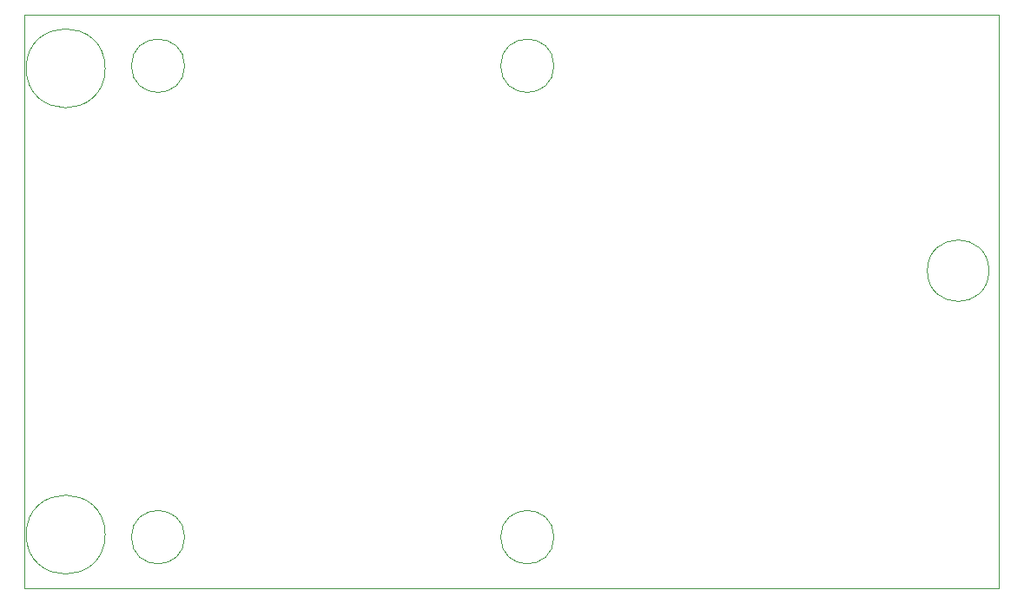
<source format=gm1>
G04 #@! TF.GenerationSoftware,KiCad,Pcbnew,(5.1.10)-1*
G04 #@! TF.CreationDate,2021-11-25T14:07:26+01:00*
G04 #@! TF.ProjectId,PSU,5053552e-6b69-4636-9164-5f7063625858,rev?*
G04 #@! TF.SameCoordinates,Original*
G04 #@! TF.FileFunction,Profile,NP*
%FSLAX46Y46*%
G04 Gerber Fmt 4.6, Leading zero omitted, Abs format (unit mm)*
G04 Created by KiCad (PCBNEW (5.1.10)-1) date 2021-11-25 14:07:26*
%MOMM*%
%LPD*%
G01*
G04 APERTURE LIST*
G04 #@! TA.AperFunction,Profile*
%ADD10C,0.050000*%
G04 #@! TD*
G04 APERTURE END LIST*
D10*
X129850000Y-140750000D02*
G75*
G03*
X129850000Y-140750000I-3850000J0D01*
G01*
X129850000Y-95250000D02*
G75*
G03*
X129850000Y-95250000I-3850000J0D01*
G01*
X216000000Y-115000000D02*
G75*
G03*
X216000000Y-115000000I-3000000J0D01*
G01*
X173600000Y-141000000D02*
G75*
G03*
X173600000Y-141000000I-2600000J0D01*
G01*
X173600000Y-95000000D02*
G75*
G03*
X173600000Y-95000000I-2600000J0D01*
G01*
X137600000Y-141000000D02*
G75*
G03*
X137600000Y-141000000I-2600000J0D01*
G01*
X137600000Y-95000000D02*
G75*
G03*
X137600000Y-95000000I-2600000J0D01*
G01*
X122000000Y-146000000D02*
X122000000Y-90000000D01*
X217000000Y-146000000D02*
X122000000Y-146000000D01*
X217000000Y-90000000D02*
X217000000Y-146000000D01*
X122000000Y-90000000D02*
X217000000Y-90000000D01*
M02*

</source>
